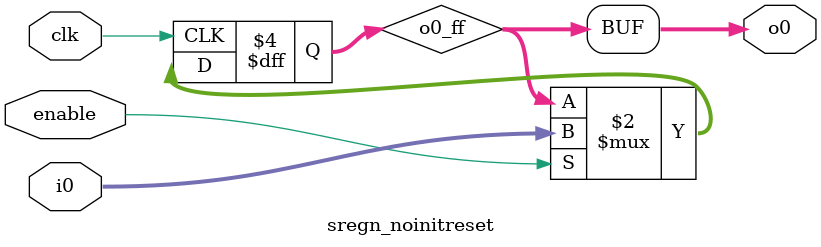
<source format=v>

`ifdef PICO_CLOCK_EDGE
`else
   `define PICO_CLOCK_EDGE posedge
`endif
`ifdef PICO_CLOCK_SENSITIVITY
`else
   `define PICO_CLOCK_SENSITIVITY clk
`endif
`ifdef PICO_RESET_SENSITIVITY
`else
   `define PICO_RESET_SENSITIVITY
`endif
`ifdef PICO_RESET_SENSITIVITY2
`else
   `define PICO_RESET_SENSITIVITY2 reset
`endif

`timescale 1 ns / 10 ps

module sregn_noinitreset (clk, enable, i0, o0) ;

  // synopsys template
     parameter width = 32;

     input              clk;         // system clk
     wire               clk;

     input              enable;      // (dis)enables flops
     wire               enable;

     input  [width-1:0] i0;          // input data
     wire   [width-1:0] i0;


     output [width-1:0] o0;          // output data
     wire   [width-1:0] o0;


     reg    [width-1:0] o0_ff;

     assign o0 = o0_ff;


   always @ (`PICO_CLOCK_EDGE `PICO_CLOCK_SENSITIVITY) begin
      if (enable) o0_ff <= i0;
   end

endmodule

</source>
